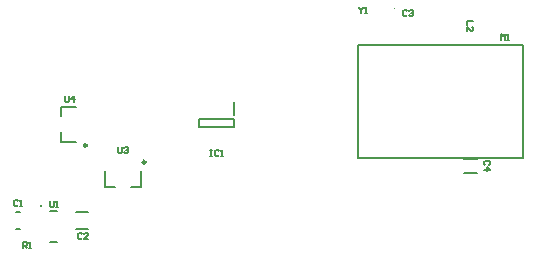
<source format=gto>
G04*
G04 #@! TF.GenerationSoftware,Altium Limited,Altium Designer,25.4.2 (15)*
G04*
G04 Layer_Color=65535*
%FSTAX24Y24*%
%MOIN*%
G70*
G04*
G04 #@! TF.SameCoordinates,F4185BB4-0936-4B88-B031-81E5C399A6D0*
G04*
G04*
G04 #@! TF.FilePolarity,Positive*
G04*
G01*
G75*
%ADD10C,0.0098*%
%ADD11C,0.0039*%
%ADD12C,0.0079*%
%ADD13C,0.0059*%
%ADD14C,0.0050*%
D10*
X036621Y030531D02*
G03*
X036621Y030531I-000049J0D01*
G01*
X038578Y029972D02*
G03*
X038578Y029972I-000049J0D01*
G01*
D11*
X046869Y03508D02*
G03*
X04683Y03508I-00002J0D01*
G01*
Y03507D02*
G03*
X046869Y03507I00002J0D01*
G01*
D12*
X03508Y02851D02*
G03*
X035119Y02851I00002J0D01*
G01*
D02*
G03*
X03508Y02851I-00002J0D01*
G01*
D02*
G03*
X035119Y02851I00002J0D01*
G01*
X035745Y030639D02*
X036257D01*
X035745D02*
Y030964D01*
Y031821D02*
X036257D01*
X035745Y031496D02*
Y031821D01*
X038421Y029145D02*
Y029657D01*
X038096Y029145D02*
X038421D01*
X037239D02*
Y029657D01*
Y029145D02*
X037564D01*
X049206Y029603D02*
X049641D01*
X049206Y030077D02*
X049641D01*
X041511Y031142D02*
Y031398D01*
X040369Y031142D02*
X041511D01*
X040369D02*
Y031398D01*
X041511D01*
X041531Y031536D02*
Y031988D01*
X034261Y028305D02*
X034379D01*
X034261Y027735D02*
X034379D01*
X036266Y027754D02*
X03666D01*
X036266Y028306D02*
X03666D01*
X035392Y027318D02*
X035628D01*
X035392Y028342D02*
X035628D01*
D13*
X05116Y03199D02*
Y03386D01*
X045648Y03012D02*
X05116D01*
X045648D02*
Y03386D01*
X05116D01*
Y03012D02*
Y03199D01*
D14*
X04949Y034657D02*
X04929D01*
Y034523D01*
Y034323D02*
Y034457D01*
X049423Y034323D01*
X049457D01*
X04949Y034357D01*
Y034423D01*
X049457Y034457D01*
X050037Y029863D02*
X05007Y029897D01*
Y029963D01*
X050037Y029997D01*
X049903D01*
X04987Y029963D01*
Y029897D01*
X049903Y029863D01*
X04987Y029697D02*
X05007D01*
X04997Y029797D01*
Y029663D01*
X047287Y035007D02*
X047253Y03504D01*
X047187D01*
X047153Y035007D01*
Y034873D01*
X047187Y03484D01*
X047253D01*
X047287Y034873D01*
X047353Y035007D02*
X047387Y03504D01*
X047453D01*
X047487Y035007D01*
Y034973D01*
X047453Y03494D01*
X04742D01*
X047453D01*
X047487Y034907D01*
Y034873D01*
X047453Y03484D01*
X047387D01*
X047353Y034873D01*
X045687Y03514D02*
Y035107D01*
X045753Y03504D01*
X04582Y035107D01*
Y03514D01*
X045753Y03504D02*
Y03494D01*
X045887D02*
X045953D01*
X04592D01*
Y03514D01*
X045887Y035107D01*
X035903Y03217D02*
Y032003D01*
X035937Y03197D01*
X036003D01*
X036037Y032003D01*
Y03217D01*
X036203Y03197D02*
Y03217D01*
X036103Y03207D01*
X036237D01*
X037663Y03048D02*
Y030313D01*
X037697Y03028D01*
X037763D01*
X037797Y030313D01*
Y03048D01*
X037863Y030447D02*
X037897Y03048D01*
X037963D01*
X037997Y030447D01*
Y030413D01*
X037963Y03038D01*
X03793D01*
X037963D01*
X037997Y030347D01*
Y030313D01*
X037963Y03028D01*
X037897D01*
X037863Y030313D01*
X035377Y02867D02*
Y028503D01*
X03541Y02847D01*
X035477D01*
X03551Y028503D01*
Y02867D01*
X035577Y02847D02*
X035643D01*
X03561D01*
Y02867D01*
X035577Y028637D01*
X034507Y0271D02*
Y0273D01*
X034607D01*
X03464Y027267D01*
Y0272D01*
X034607Y027167D01*
X034507D01*
X034573D02*
X03464Y0271D01*
X034707D02*
X034773D01*
X03474D01*
Y0273D01*
X034707Y027267D01*
X050417Y03404D02*
Y03424D01*
X050483Y034173D01*
X05055Y03424D01*
Y03404D01*
X050617D02*
X050683D01*
X05065D01*
Y03424D01*
X050617Y034207D01*
X040733Y03037D02*
X0408D01*
X040767D01*
Y03017D01*
X040733D01*
X0408D01*
X041033Y030337D02*
X041Y03037D01*
X040933D01*
X0409Y030337D01*
Y030203D01*
X040933Y03017D01*
X041D01*
X041033Y030203D01*
X0411Y03017D02*
X041167D01*
X041133D01*
Y03037D01*
X0411Y030337D01*
X036447Y027577D02*
X036413Y02761D01*
X036347D01*
X036313Y027577D01*
Y027443D01*
X036347Y02741D01*
X036413D01*
X036447Y027443D01*
X036647Y02741D02*
X036513D01*
X036647Y027543D01*
Y027577D01*
X036613Y02761D01*
X036547D01*
X036513Y027577D01*
X03431Y028657D02*
X034277Y02869D01*
X03421D01*
X034177Y028657D01*
Y028523D01*
X03421Y02849D01*
X034277D01*
X03431Y028523D01*
X034377Y02849D02*
X034443D01*
X03441D01*
Y02869D01*
X034377Y028657D01*
M02*

</source>
